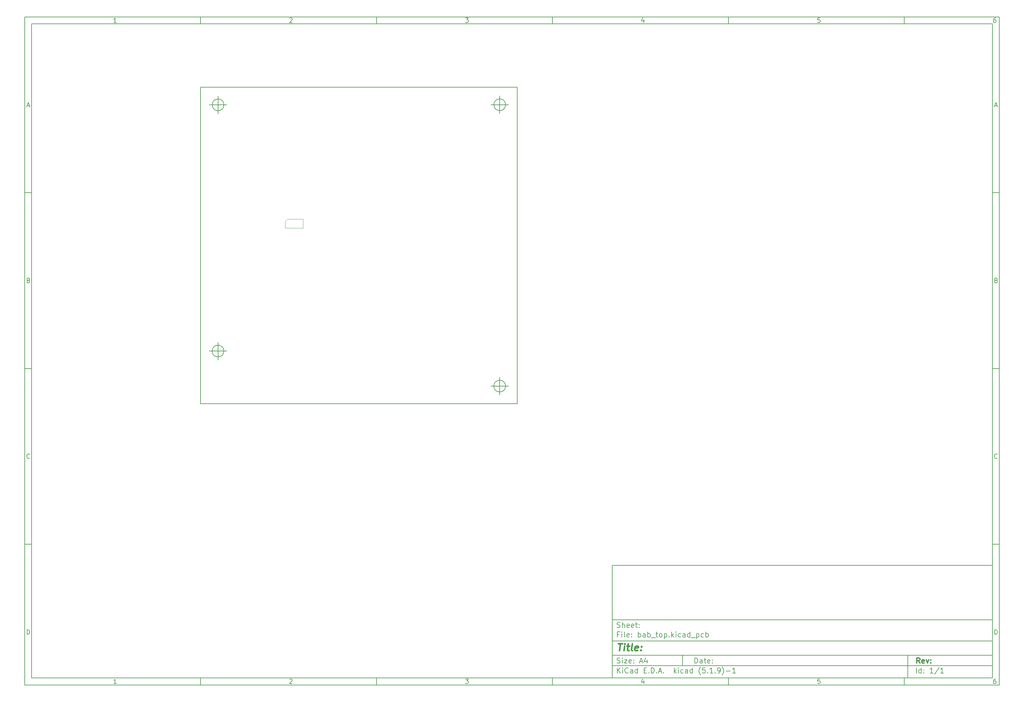
<source format=gbr>
G04 #@! TF.GenerationSoftware,KiCad,Pcbnew,(5.1.9)-1*
G04 #@! TF.CreationDate,2021-04-11T12:34:01+02:00*
G04 #@! TF.ProjectId,bab_top,6261625f-746f-4702-9e6b-696361645f70,rev?*
G04 #@! TF.SameCoordinates,Original*
G04 #@! TF.FileFunction,Other,Fab,Bot*
%FSLAX46Y46*%
G04 Gerber Fmt 4.6, Leading zero omitted, Abs format (unit mm)*
G04 Created by KiCad (PCBNEW (5.1.9)-1) date 2021-04-11 12:34:01*
%MOMM*%
%LPD*%
G01*
G04 APERTURE LIST*
%ADD10C,0.100000*%
%ADD11C,0.150000*%
%ADD12C,0.300000*%
%ADD13C,0.400000*%
G04 #@! TA.AperFunction,Profile*
%ADD14C,0.150000*%
G04 #@! TD*
G04 APERTURE END LIST*
D10*
D11*
X177002200Y-166007200D02*
X177002200Y-198007200D01*
X285002200Y-198007200D01*
X285002200Y-166007200D01*
X177002200Y-166007200D01*
D10*
D11*
X10000000Y-10000000D02*
X10000000Y-200007200D01*
X287002200Y-200007200D01*
X287002200Y-10000000D01*
X10000000Y-10000000D01*
D10*
D11*
X12000000Y-12000000D02*
X12000000Y-198007200D01*
X285002200Y-198007200D01*
X285002200Y-12000000D01*
X12000000Y-12000000D01*
D10*
D11*
X60000000Y-12000000D02*
X60000000Y-10000000D01*
D10*
D11*
X110000000Y-12000000D02*
X110000000Y-10000000D01*
D10*
D11*
X160000000Y-12000000D02*
X160000000Y-10000000D01*
D10*
D11*
X210000000Y-12000000D02*
X210000000Y-10000000D01*
D10*
D11*
X260000000Y-12000000D02*
X260000000Y-10000000D01*
D10*
D11*
X36065476Y-11588095D02*
X35322619Y-11588095D01*
X35694047Y-11588095D02*
X35694047Y-10288095D01*
X35570238Y-10473809D01*
X35446428Y-10597619D01*
X35322619Y-10659523D01*
D10*
D11*
X85322619Y-10411904D02*
X85384523Y-10350000D01*
X85508333Y-10288095D01*
X85817857Y-10288095D01*
X85941666Y-10350000D01*
X86003571Y-10411904D01*
X86065476Y-10535714D01*
X86065476Y-10659523D01*
X86003571Y-10845238D01*
X85260714Y-11588095D01*
X86065476Y-11588095D01*
D10*
D11*
X135260714Y-10288095D02*
X136065476Y-10288095D01*
X135632142Y-10783333D01*
X135817857Y-10783333D01*
X135941666Y-10845238D01*
X136003571Y-10907142D01*
X136065476Y-11030952D01*
X136065476Y-11340476D01*
X136003571Y-11464285D01*
X135941666Y-11526190D01*
X135817857Y-11588095D01*
X135446428Y-11588095D01*
X135322619Y-11526190D01*
X135260714Y-11464285D01*
D10*
D11*
X185941666Y-10721428D02*
X185941666Y-11588095D01*
X185632142Y-10226190D02*
X185322619Y-11154761D01*
X186127380Y-11154761D01*
D10*
D11*
X236003571Y-10288095D02*
X235384523Y-10288095D01*
X235322619Y-10907142D01*
X235384523Y-10845238D01*
X235508333Y-10783333D01*
X235817857Y-10783333D01*
X235941666Y-10845238D01*
X236003571Y-10907142D01*
X236065476Y-11030952D01*
X236065476Y-11340476D01*
X236003571Y-11464285D01*
X235941666Y-11526190D01*
X235817857Y-11588095D01*
X235508333Y-11588095D01*
X235384523Y-11526190D01*
X235322619Y-11464285D01*
D10*
D11*
X285941666Y-10288095D02*
X285694047Y-10288095D01*
X285570238Y-10350000D01*
X285508333Y-10411904D01*
X285384523Y-10597619D01*
X285322619Y-10845238D01*
X285322619Y-11340476D01*
X285384523Y-11464285D01*
X285446428Y-11526190D01*
X285570238Y-11588095D01*
X285817857Y-11588095D01*
X285941666Y-11526190D01*
X286003571Y-11464285D01*
X286065476Y-11340476D01*
X286065476Y-11030952D01*
X286003571Y-10907142D01*
X285941666Y-10845238D01*
X285817857Y-10783333D01*
X285570238Y-10783333D01*
X285446428Y-10845238D01*
X285384523Y-10907142D01*
X285322619Y-11030952D01*
D10*
D11*
X60000000Y-198007200D02*
X60000000Y-200007200D01*
D10*
D11*
X110000000Y-198007200D02*
X110000000Y-200007200D01*
D10*
D11*
X160000000Y-198007200D02*
X160000000Y-200007200D01*
D10*
D11*
X210000000Y-198007200D02*
X210000000Y-200007200D01*
D10*
D11*
X260000000Y-198007200D02*
X260000000Y-200007200D01*
D10*
D11*
X36065476Y-199595295D02*
X35322619Y-199595295D01*
X35694047Y-199595295D02*
X35694047Y-198295295D01*
X35570238Y-198481009D01*
X35446428Y-198604819D01*
X35322619Y-198666723D01*
D10*
D11*
X85322619Y-198419104D02*
X85384523Y-198357200D01*
X85508333Y-198295295D01*
X85817857Y-198295295D01*
X85941666Y-198357200D01*
X86003571Y-198419104D01*
X86065476Y-198542914D01*
X86065476Y-198666723D01*
X86003571Y-198852438D01*
X85260714Y-199595295D01*
X86065476Y-199595295D01*
D10*
D11*
X135260714Y-198295295D02*
X136065476Y-198295295D01*
X135632142Y-198790533D01*
X135817857Y-198790533D01*
X135941666Y-198852438D01*
X136003571Y-198914342D01*
X136065476Y-199038152D01*
X136065476Y-199347676D01*
X136003571Y-199471485D01*
X135941666Y-199533390D01*
X135817857Y-199595295D01*
X135446428Y-199595295D01*
X135322619Y-199533390D01*
X135260714Y-199471485D01*
D10*
D11*
X185941666Y-198728628D02*
X185941666Y-199595295D01*
X185632142Y-198233390D02*
X185322619Y-199161961D01*
X186127380Y-199161961D01*
D10*
D11*
X236003571Y-198295295D02*
X235384523Y-198295295D01*
X235322619Y-198914342D01*
X235384523Y-198852438D01*
X235508333Y-198790533D01*
X235817857Y-198790533D01*
X235941666Y-198852438D01*
X236003571Y-198914342D01*
X236065476Y-199038152D01*
X236065476Y-199347676D01*
X236003571Y-199471485D01*
X235941666Y-199533390D01*
X235817857Y-199595295D01*
X235508333Y-199595295D01*
X235384523Y-199533390D01*
X235322619Y-199471485D01*
D10*
D11*
X285941666Y-198295295D02*
X285694047Y-198295295D01*
X285570238Y-198357200D01*
X285508333Y-198419104D01*
X285384523Y-198604819D01*
X285322619Y-198852438D01*
X285322619Y-199347676D01*
X285384523Y-199471485D01*
X285446428Y-199533390D01*
X285570238Y-199595295D01*
X285817857Y-199595295D01*
X285941666Y-199533390D01*
X286003571Y-199471485D01*
X286065476Y-199347676D01*
X286065476Y-199038152D01*
X286003571Y-198914342D01*
X285941666Y-198852438D01*
X285817857Y-198790533D01*
X285570238Y-198790533D01*
X285446428Y-198852438D01*
X285384523Y-198914342D01*
X285322619Y-199038152D01*
D10*
D11*
X10000000Y-60000000D02*
X12000000Y-60000000D01*
D10*
D11*
X10000000Y-110000000D02*
X12000000Y-110000000D01*
D10*
D11*
X10000000Y-160000000D02*
X12000000Y-160000000D01*
D10*
D11*
X10690476Y-35216666D02*
X11309523Y-35216666D01*
X10566666Y-35588095D02*
X11000000Y-34288095D01*
X11433333Y-35588095D01*
D10*
D11*
X11092857Y-84907142D02*
X11278571Y-84969047D01*
X11340476Y-85030952D01*
X11402380Y-85154761D01*
X11402380Y-85340476D01*
X11340476Y-85464285D01*
X11278571Y-85526190D01*
X11154761Y-85588095D01*
X10659523Y-85588095D01*
X10659523Y-84288095D01*
X11092857Y-84288095D01*
X11216666Y-84350000D01*
X11278571Y-84411904D01*
X11340476Y-84535714D01*
X11340476Y-84659523D01*
X11278571Y-84783333D01*
X11216666Y-84845238D01*
X11092857Y-84907142D01*
X10659523Y-84907142D01*
D10*
D11*
X11402380Y-135464285D02*
X11340476Y-135526190D01*
X11154761Y-135588095D01*
X11030952Y-135588095D01*
X10845238Y-135526190D01*
X10721428Y-135402380D01*
X10659523Y-135278571D01*
X10597619Y-135030952D01*
X10597619Y-134845238D01*
X10659523Y-134597619D01*
X10721428Y-134473809D01*
X10845238Y-134350000D01*
X11030952Y-134288095D01*
X11154761Y-134288095D01*
X11340476Y-134350000D01*
X11402380Y-134411904D01*
D10*
D11*
X10659523Y-185588095D02*
X10659523Y-184288095D01*
X10969047Y-184288095D01*
X11154761Y-184350000D01*
X11278571Y-184473809D01*
X11340476Y-184597619D01*
X11402380Y-184845238D01*
X11402380Y-185030952D01*
X11340476Y-185278571D01*
X11278571Y-185402380D01*
X11154761Y-185526190D01*
X10969047Y-185588095D01*
X10659523Y-185588095D01*
D10*
D11*
X287002200Y-60000000D02*
X285002200Y-60000000D01*
D10*
D11*
X287002200Y-110000000D02*
X285002200Y-110000000D01*
D10*
D11*
X287002200Y-160000000D02*
X285002200Y-160000000D01*
D10*
D11*
X285692676Y-35216666D02*
X286311723Y-35216666D01*
X285568866Y-35588095D02*
X286002200Y-34288095D01*
X286435533Y-35588095D01*
D10*
D11*
X286095057Y-84907142D02*
X286280771Y-84969047D01*
X286342676Y-85030952D01*
X286404580Y-85154761D01*
X286404580Y-85340476D01*
X286342676Y-85464285D01*
X286280771Y-85526190D01*
X286156961Y-85588095D01*
X285661723Y-85588095D01*
X285661723Y-84288095D01*
X286095057Y-84288095D01*
X286218866Y-84350000D01*
X286280771Y-84411904D01*
X286342676Y-84535714D01*
X286342676Y-84659523D01*
X286280771Y-84783333D01*
X286218866Y-84845238D01*
X286095057Y-84907142D01*
X285661723Y-84907142D01*
D10*
D11*
X286404580Y-135464285D02*
X286342676Y-135526190D01*
X286156961Y-135588095D01*
X286033152Y-135588095D01*
X285847438Y-135526190D01*
X285723628Y-135402380D01*
X285661723Y-135278571D01*
X285599819Y-135030952D01*
X285599819Y-134845238D01*
X285661723Y-134597619D01*
X285723628Y-134473809D01*
X285847438Y-134350000D01*
X286033152Y-134288095D01*
X286156961Y-134288095D01*
X286342676Y-134350000D01*
X286404580Y-134411904D01*
D10*
D11*
X285661723Y-185588095D02*
X285661723Y-184288095D01*
X285971247Y-184288095D01*
X286156961Y-184350000D01*
X286280771Y-184473809D01*
X286342676Y-184597619D01*
X286404580Y-184845238D01*
X286404580Y-185030952D01*
X286342676Y-185278571D01*
X286280771Y-185402380D01*
X286156961Y-185526190D01*
X285971247Y-185588095D01*
X285661723Y-185588095D01*
D10*
D11*
X200434342Y-193785771D02*
X200434342Y-192285771D01*
X200791485Y-192285771D01*
X201005771Y-192357200D01*
X201148628Y-192500057D01*
X201220057Y-192642914D01*
X201291485Y-192928628D01*
X201291485Y-193142914D01*
X201220057Y-193428628D01*
X201148628Y-193571485D01*
X201005771Y-193714342D01*
X200791485Y-193785771D01*
X200434342Y-193785771D01*
X202577200Y-193785771D02*
X202577200Y-193000057D01*
X202505771Y-192857200D01*
X202362914Y-192785771D01*
X202077200Y-192785771D01*
X201934342Y-192857200D01*
X202577200Y-193714342D02*
X202434342Y-193785771D01*
X202077200Y-193785771D01*
X201934342Y-193714342D01*
X201862914Y-193571485D01*
X201862914Y-193428628D01*
X201934342Y-193285771D01*
X202077200Y-193214342D01*
X202434342Y-193214342D01*
X202577200Y-193142914D01*
X203077200Y-192785771D02*
X203648628Y-192785771D01*
X203291485Y-192285771D02*
X203291485Y-193571485D01*
X203362914Y-193714342D01*
X203505771Y-193785771D01*
X203648628Y-193785771D01*
X204720057Y-193714342D02*
X204577200Y-193785771D01*
X204291485Y-193785771D01*
X204148628Y-193714342D01*
X204077200Y-193571485D01*
X204077200Y-193000057D01*
X204148628Y-192857200D01*
X204291485Y-192785771D01*
X204577200Y-192785771D01*
X204720057Y-192857200D01*
X204791485Y-193000057D01*
X204791485Y-193142914D01*
X204077200Y-193285771D01*
X205434342Y-193642914D02*
X205505771Y-193714342D01*
X205434342Y-193785771D01*
X205362914Y-193714342D01*
X205434342Y-193642914D01*
X205434342Y-193785771D01*
X205434342Y-192857200D02*
X205505771Y-192928628D01*
X205434342Y-193000057D01*
X205362914Y-192928628D01*
X205434342Y-192857200D01*
X205434342Y-193000057D01*
D10*
D11*
X177002200Y-194507200D02*
X285002200Y-194507200D01*
D10*
D11*
X178434342Y-196585771D02*
X178434342Y-195085771D01*
X179291485Y-196585771D02*
X178648628Y-195728628D01*
X179291485Y-195085771D02*
X178434342Y-195942914D01*
X179934342Y-196585771D02*
X179934342Y-195585771D01*
X179934342Y-195085771D02*
X179862914Y-195157200D01*
X179934342Y-195228628D01*
X180005771Y-195157200D01*
X179934342Y-195085771D01*
X179934342Y-195228628D01*
X181505771Y-196442914D02*
X181434342Y-196514342D01*
X181220057Y-196585771D01*
X181077200Y-196585771D01*
X180862914Y-196514342D01*
X180720057Y-196371485D01*
X180648628Y-196228628D01*
X180577200Y-195942914D01*
X180577200Y-195728628D01*
X180648628Y-195442914D01*
X180720057Y-195300057D01*
X180862914Y-195157200D01*
X181077200Y-195085771D01*
X181220057Y-195085771D01*
X181434342Y-195157200D01*
X181505771Y-195228628D01*
X182791485Y-196585771D02*
X182791485Y-195800057D01*
X182720057Y-195657200D01*
X182577200Y-195585771D01*
X182291485Y-195585771D01*
X182148628Y-195657200D01*
X182791485Y-196514342D02*
X182648628Y-196585771D01*
X182291485Y-196585771D01*
X182148628Y-196514342D01*
X182077200Y-196371485D01*
X182077200Y-196228628D01*
X182148628Y-196085771D01*
X182291485Y-196014342D01*
X182648628Y-196014342D01*
X182791485Y-195942914D01*
X184148628Y-196585771D02*
X184148628Y-195085771D01*
X184148628Y-196514342D02*
X184005771Y-196585771D01*
X183720057Y-196585771D01*
X183577200Y-196514342D01*
X183505771Y-196442914D01*
X183434342Y-196300057D01*
X183434342Y-195871485D01*
X183505771Y-195728628D01*
X183577200Y-195657200D01*
X183720057Y-195585771D01*
X184005771Y-195585771D01*
X184148628Y-195657200D01*
X186005771Y-195800057D02*
X186505771Y-195800057D01*
X186720057Y-196585771D02*
X186005771Y-196585771D01*
X186005771Y-195085771D01*
X186720057Y-195085771D01*
X187362914Y-196442914D02*
X187434342Y-196514342D01*
X187362914Y-196585771D01*
X187291485Y-196514342D01*
X187362914Y-196442914D01*
X187362914Y-196585771D01*
X188077200Y-196585771D02*
X188077200Y-195085771D01*
X188434342Y-195085771D01*
X188648628Y-195157200D01*
X188791485Y-195300057D01*
X188862914Y-195442914D01*
X188934342Y-195728628D01*
X188934342Y-195942914D01*
X188862914Y-196228628D01*
X188791485Y-196371485D01*
X188648628Y-196514342D01*
X188434342Y-196585771D01*
X188077200Y-196585771D01*
X189577200Y-196442914D02*
X189648628Y-196514342D01*
X189577200Y-196585771D01*
X189505771Y-196514342D01*
X189577200Y-196442914D01*
X189577200Y-196585771D01*
X190220057Y-196157200D02*
X190934342Y-196157200D01*
X190077200Y-196585771D02*
X190577200Y-195085771D01*
X191077200Y-196585771D01*
X191577200Y-196442914D02*
X191648628Y-196514342D01*
X191577200Y-196585771D01*
X191505771Y-196514342D01*
X191577200Y-196442914D01*
X191577200Y-196585771D01*
X194577200Y-196585771D02*
X194577200Y-195085771D01*
X194720057Y-196014342D02*
X195148628Y-196585771D01*
X195148628Y-195585771D02*
X194577200Y-196157200D01*
X195791485Y-196585771D02*
X195791485Y-195585771D01*
X195791485Y-195085771D02*
X195720057Y-195157200D01*
X195791485Y-195228628D01*
X195862914Y-195157200D01*
X195791485Y-195085771D01*
X195791485Y-195228628D01*
X197148628Y-196514342D02*
X197005771Y-196585771D01*
X196720057Y-196585771D01*
X196577200Y-196514342D01*
X196505771Y-196442914D01*
X196434342Y-196300057D01*
X196434342Y-195871485D01*
X196505771Y-195728628D01*
X196577200Y-195657200D01*
X196720057Y-195585771D01*
X197005771Y-195585771D01*
X197148628Y-195657200D01*
X198434342Y-196585771D02*
X198434342Y-195800057D01*
X198362914Y-195657200D01*
X198220057Y-195585771D01*
X197934342Y-195585771D01*
X197791485Y-195657200D01*
X198434342Y-196514342D02*
X198291485Y-196585771D01*
X197934342Y-196585771D01*
X197791485Y-196514342D01*
X197720057Y-196371485D01*
X197720057Y-196228628D01*
X197791485Y-196085771D01*
X197934342Y-196014342D01*
X198291485Y-196014342D01*
X198434342Y-195942914D01*
X199791485Y-196585771D02*
X199791485Y-195085771D01*
X199791485Y-196514342D02*
X199648628Y-196585771D01*
X199362914Y-196585771D01*
X199220057Y-196514342D01*
X199148628Y-196442914D01*
X199077200Y-196300057D01*
X199077200Y-195871485D01*
X199148628Y-195728628D01*
X199220057Y-195657200D01*
X199362914Y-195585771D01*
X199648628Y-195585771D01*
X199791485Y-195657200D01*
X202077200Y-197157200D02*
X202005771Y-197085771D01*
X201862914Y-196871485D01*
X201791485Y-196728628D01*
X201720057Y-196514342D01*
X201648628Y-196157200D01*
X201648628Y-195871485D01*
X201720057Y-195514342D01*
X201791485Y-195300057D01*
X201862914Y-195157200D01*
X202005771Y-194942914D01*
X202077200Y-194871485D01*
X203362914Y-195085771D02*
X202648628Y-195085771D01*
X202577200Y-195800057D01*
X202648628Y-195728628D01*
X202791485Y-195657200D01*
X203148628Y-195657200D01*
X203291485Y-195728628D01*
X203362914Y-195800057D01*
X203434342Y-195942914D01*
X203434342Y-196300057D01*
X203362914Y-196442914D01*
X203291485Y-196514342D01*
X203148628Y-196585771D01*
X202791485Y-196585771D01*
X202648628Y-196514342D01*
X202577200Y-196442914D01*
X204077200Y-196442914D02*
X204148628Y-196514342D01*
X204077200Y-196585771D01*
X204005771Y-196514342D01*
X204077200Y-196442914D01*
X204077200Y-196585771D01*
X205577200Y-196585771D02*
X204720057Y-196585771D01*
X205148628Y-196585771D02*
X205148628Y-195085771D01*
X205005771Y-195300057D01*
X204862914Y-195442914D01*
X204720057Y-195514342D01*
X206220057Y-196442914D02*
X206291485Y-196514342D01*
X206220057Y-196585771D01*
X206148628Y-196514342D01*
X206220057Y-196442914D01*
X206220057Y-196585771D01*
X207005771Y-196585771D02*
X207291485Y-196585771D01*
X207434342Y-196514342D01*
X207505771Y-196442914D01*
X207648628Y-196228628D01*
X207720057Y-195942914D01*
X207720057Y-195371485D01*
X207648628Y-195228628D01*
X207577200Y-195157200D01*
X207434342Y-195085771D01*
X207148628Y-195085771D01*
X207005771Y-195157200D01*
X206934342Y-195228628D01*
X206862914Y-195371485D01*
X206862914Y-195728628D01*
X206934342Y-195871485D01*
X207005771Y-195942914D01*
X207148628Y-196014342D01*
X207434342Y-196014342D01*
X207577200Y-195942914D01*
X207648628Y-195871485D01*
X207720057Y-195728628D01*
X208220057Y-197157200D02*
X208291485Y-197085771D01*
X208434342Y-196871485D01*
X208505771Y-196728628D01*
X208577200Y-196514342D01*
X208648628Y-196157200D01*
X208648628Y-195871485D01*
X208577200Y-195514342D01*
X208505771Y-195300057D01*
X208434342Y-195157200D01*
X208291485Y-194942914D01*
X208220057Y-194871485D01*
X209362914Y-196014342D02*
X210505771Y-196014342D01*
X212005771Y-196585771D02*
X211148628Y-196585771D01*
X211577200Y-196585771D02*
X211577200Y-195085771D01*
X211434342Y-195300057D01*
X211291485Y-195442914D01*
X211148628Y-195514342D01*
D10*
D11*
X177002200Y-191507200D02*
X285002200Y-191507200D01*
D10*
D12*
X264411485Y-193785771D02*
X263911485Y-193071485D01*
X263554342Y-193785771D02*
X263554342Y-192285771D01*
X264125771Y-192285771D01*
X264268628Y-192357200D01*
X264340057Y-192428628D01*
X264411485Y-192571485D01*
X264411485Y-192785771D01*
X264340057Y-192928628D01*
X264268628Y-193000057D01*
X264125771Y-193071485D01*
X263554342Y-193071485D01*
X265625771Y-193714342D02*
X265482914Y-193785771D01*
X265197200Y-193785771D01*
X265054342Y-193714342D01*
X264982914Y-193571485D01*
X264982914Y-193000057D01*
X265054342Y-192857200D01*
X265197200Y-192785771D01*
X265482914Y-192785771D01*
X265625771Y-192857200D01*
X265697200Y-193000057D01*
X265697200Y-193142914D01*
X264982914Y-193285771D01*
X266197200Y-192785771D02*
X266554342Y-193785771D01*
X266911485Y-192785771D01*
X267482914Y-193642914D02*
X267554342Y-193714342D01*
X267482914Y-193785771D01*
X267411485Y-193714342D01*
X267482914Y-193642914D01*
X267482914Y-193785771D01*
X267482914Y-192857200D02*
X267554342Y-192928628D01*
X267482914Y-193000057D01*
X267411485Y-192928628D01*
X267482914Y-192857200D01*
X267482914Y-193000057D01*
D10*
D11*
X178362914Y-193714342D02*
X178577200Y-193785771D01*
X178934342Y-193785771D01*
X179077200Y-193714342D01*
X179148628Y-193642914D01*
X179220057Y-193500057D01*
X179220057Y-193357200D01*
X179148628Y-193214342D01*
X179077200Y-193142914D01*
X178934342Y-193071485D01*
X178648628Y-193000057D01*
X178505771Y-192928628D01*
X178434342Y-192857200D01*
X178362914Y-192714342D01*
X178362914Y-192571485D01*
X178434342Y-192428628D01*
X178505771Y-192357200D01*
X178648628Y-192285771D01*
X179005771Y-192285771D01*
X179220057Y-192357200D01*
X179862914Y-193785771D02*
X179862914Y-192785771D01*
X179862914Y-192285771D02*
X179791485Y-192357200D01*
X179862914Y-192428628D01*
X179934342Y-192357200D01*
X179862914Y-192285771D01*
X179862914Y-192428628D01*
X180434342Y-192785771D02*
X181220057Y-192785771D01*
X180434342Y-193785771D01*
X181220057Y-193785771D01*
X182362914Y-193714342D02*
X182220057Y-193785771D01*
X181934342Y-193785771D01*
X181791485Y-193714342D01*
X181720057Y-193571485D01*
X181720057Y-193000057D01*
X181791485Y-192857200D01*
X181934342Y-192785771D01*
X182220057Y-192785771D01*
X182362914Y-192857200D01*
X182434342Y-193000057D01*
X182434342Y-193142914D01*
X181720057Y-193285771D01*
X183077200Y-193642914D02*
X183148628Y-193714342D01*
X183077200Y-193785771D01*
X183005771Y-193714342D01*
X183077200Y-193642914D01*
X183077200Y-193785771D01*
X183077200Y-192857200D02*
X183148628Y-192928628D01*
X183077200Y-193000057D01*
X183005771Y-192928628D01*
X183077200Y-192857200D01*
X183077200Y-193000057D01*
X184862914Y-193357200D02*
X185577200Y-193357200D01*
X184720057Y-193785771D02*
X185220057Y-192285771D01*
X185720057Y-193785771D01*
X186862914Y-192785771D02*
X186862914Y-193785771D01*
X186505771Y-192214342D02*
X186148628Y-193285771D01*
X187077200Y-193285771D01*
D10*
D11*
X263434342Y-196585771D02*
X263434342Y-195085771D01*
X264791485Y-196585771D02*
X264791485Y-195085771D01*
X264791485Y-196514342D02*
X264648628Y-196585771D01*
X264362914Y-196585771D01*
X264220057Y-196514342D01*
X264148628Y-196442914D01*
X264077200Y-196300057D01*
X264077200Y-195871485D01*
X264148628Y-195728628D01*
X264220057Y-195657200D01*
X264362914Y-195585771D01*
X264648628Y-195585771D01*
X264791485Y-195657200D01*
X265505771Y-196442914D02*
X265577200Y-196514342D01*
X265505771Y-196585771D01*
X265434342Y-196514342D01*
X265505771Y-196442914D01*
X265505771Y-196585771D01*
X265505771Y-195657200D02*
X265577200Y-195728628D01*
X265505771Y-195800057D01*
X265434342Y-195728628D01*
X265505771Y-195657200D01*
X265505771Y-195800057D01*
X268148628Y-196585771D02*
X267291485Y-196585771D01*
X267720057Y-196585771D02*
X267720057Y-195085771D01*
X267577200Y-195300057D01*
X267434342Y-195442914D01*
X267291485Y-195514342D01*
X269862914Y-195014342D02*
X268577200Y-196942914D01*
X271148628Y-196585771D02*
X270291485Y-196585771D01*
X270720057Y-196585771D02*
X270720057Y-195085771D01*
X270577200Y-195300057D01*
X270434342Y-195442914D01*
X270291485Y-195514342D01*
D10*
D11*
X177002200Y-187507200D02*
X285002200Y-187507200D01*
D10*
D13*
X178714580Y-188211961D02*
X179857438Y-188211961D01*
X179036009Y-190211961D02*
X179286009Y-188211961D01*
X180274104Y-190211961D02*
X180440771Y-188878628D01*
X180524104Y-188211961D02*
X180416961Y-188307200D01*
X180500295Y-188402438D01*
X180607438Y-188307200D01*
X180524104Y-188211961D01*
X180500295Y-188402438D01*
X181107438Y-188878628D02*
X181869342Y-188878628D01*
X181476485Y-188211961D02*
X181262200Y-189926247D01*
X181333628Y-190116723D01*
X181512200Y-190211961D01*
X181702676Y-190211961D01*
X182655057Y-190211961D02*
X182476485Y-190116723D01*
X182405057Y-189926247D01*
X182619342Y-188211961D01*
X184190771Y-190116723D02*
X183988390Y-190211961D01*
X183607438Y-190211961D01*
X183428866Y-190116723D01*
X183357438Y-189926247D01*
X183452676Y-189164342D01*
X183571723Y-188973866D01*
X183774104Y-188878628D01*
X184155057Y-188878628D01*
X184333628Y-188973866D01*
X184405057Y-189164342D01*
X184381247Y-189354819D01*
X183405057Y-189545295D01*
X185155057Y-190021485D02*
X185238390Y-190116723D01*
X185131247Y-190211961D01*
X185047914Y-190116723D01*
X185155057Y-190021485D01*
X185131247Y-190211961D01*
X185286009Y-188973866D02*
X185369342Y-189069104D01*
X185262200Y-189164342D01*
X185178866Y-189069104D01*
X185286009Y-188973866D01*
X185262200Y-189164342D01*
D10*
D11*
X178934342Y-185600057D02*
X178434342Y-185600057D01*
X178434342Y-186385771D02*
X178434342Y-184885771D01*
X179148628Y-184885771D01*
X179720057Y-186385771D02*
X179720057Y-185385771D01*
X179720057Y-184885771D02*
X179648628Y-184957200D01*
X179720057Y-185028628D01*
X179791485Y-184957200D01*
X179720057Y-184885771D01*
X179720057Y-185028628D01*
X180648628Y-186385771D02*
X180505771Y-186314342D01*
X180434342Y-186171485D01*
X180434342Y-184885771D01*
X181791485Y-186314342D02*
X181648628Y-186385771D01*
X181362914Y-186385771D01*
X181220057Y-186314342D01*
X181148628Y-186171485D01*
X181148628Y-185600057D01*
X181220057Y-185457200D01*
X181362914Y-185385771D01*
X181648628Y-185385771D01*
X181791485Y-185457200D01*
X181862914Y-185600057D01*
X181862914Y-185742914D01*
X181148628Y-185885771D01*
X182505771Y-186242914D02*
X182577200Y-186314342D01*
X182505771Y-186385771D01*
X182434342Y-186314342D01*
X182505771Y-186242914D01*
X182505771Y-186385771D01*
X182505771Y-185457200D02*
X182577200Y-185528628D01*
X182505771Y-185600057D01*
X182434342Y-185528628D01*
X182505771Y-185457200D01*
X182505771Y-185600057D01*
X184362914Y-186385771D02*
X184362914Y-184885771D01*
X184362914Y-185457200D02*
X184505771Y-185385771D01*
X184791485Y-185385771D01*
X184934342Y-185457200D01*
X185005771Y-185528628D01*
X185077200Y-185671485D01*
X185077200Y-186100057D01*
X185005771Y-186242914D01*
X184934342Y-186314342D01*
X184791485Y-186385771D01*
X184505771Y-186385771D01*
X184362914Y-186314342D01*
X186362914Y-186385771D02*
X186362914Y-185600057D01*
X186291485Y-185457200D01*
X186148628Y-185385771D01*
X185862914Y-185385771D01*
X185720057Y-185457200D01*
X186362914Y-186314342D02*
X186220057Y-186385771D01*
X185862914Y-186385771D01*
X185720057Y-186314342D01*
X185648628Y-186171485D01*
X185648628Y-186028628D01*
X185720057Y-185885771D01*
X185862914Y-185814342D01*
X186220057Y-185814342D01*
X186362914Y-185742914D01*
X187077200Y-186385771D02*
X187077200Y-184885771D01*
X187077200Y-185457200D02*
X187220057Y-185385771D01*
X187505771Y-185385771D01*
X187648628Y-185457200D01*
X187720057Y-185528628D01*
X187791485Y-185671485D01*
X187791485Y-186100057D01*
X187720057Y-186242914D01*
X187648628Y-186314342D01*
X187505771Y-186385771D01*
X187220057Y-186385771D01*
X187077200Y-186314342D01*
X188077200Y-186528628D02*
X189220057Y-186528628D01*
X189362914Y-185385771D02*
X189934342Y-185385771D01*
X189577200Y-184885771D02*
X189577200Y-186171485D01*
X189648628Y-186314342D01*
X189791485Y-186385771D01*
X189934342Y-186385771D01*
X190648628Y-186385771D02*
X190505771Y-186314342D01*
X190434342Y-186242914D01*
X190362914Y-186100057D01*
X190362914Y-185671485D01*
X190434342Y-185528628D01*
X190505771Y-185457200D01*
X190648628Y-185385771D01*
X190862914Y-185385771D01*
X191005771Y-185457200D01*
X191077200Y-185528628D01*
X191148628Y-185671485D01*
X191148628Y-186100057D01*
X191077200Y-186242914D01*
X191005771Y-186314342D01*
X190862914Y-186385771D01*
X190648628Y-186385771D01*
X191791485Y-185385771D02*
X191791485Y-186885771D01*
X191791485Y-185457200D02*
X191934342Y-185385771D01*
X192220057Y-185385771D01*
X192362914Y-185457200D01*
X192434342Y-185528628D01*
X192505771Y-185671485D01*
X192505771Y-186100057D01*
X192434342Y-186242914D01*
X192362914Y-186314342D01*
X192220057Y-186385771D01*
X191934342Y-186385771D01*
X191791485Y-186314342D01*
X193148628Y-186242914D02*
X193220057Y-186314342D01*
X193148628Y-186385771D01*
X193077200Y-186314342D01*
X193148628Y-186242914D01*
X193148628Y-186385771D01*
X193862914Y-186385771D02*
X193862914Y-184885771D01*
X194005771Y-185814342D02*
X194434342Y-186385771D01*
X194434342Y-185385771D02*
X193862914Y-185957200D01*
X195077200Y-186385771D02*
X195077200Y-185385771D01*
X195077200Y-184885771D02*
X195005771Y-184957200D01*
X195077200Y-185028628D01*
X195148628Y-184957200D01*
X195077200Y-184885771D01*
X195077200Y-185028628D01*
X196434342Y-186314342D02*
X196291485Y-186385771D01*
X196005771Y-186385771D01*
X195862914Y-186314342D01*
X195791485Y-186242914D01*
X195720057Y-186100057D01*
X195720057Y-185671485D01*
X195791485Y-185528628D01*
X195862914Y-185457200D01*
X196005771Y-185385771D01*
X196291485Y-185385771D01*
X196434342Y-185457200D01*
X197720057Y-186385771D02*
X197720057Y-185600057D01*
X197648628Y-185457200D01*
X197505771Y-185385771D01*
X197220057Y-185385771D01*
X197077200Y-185457200D01*
X197720057Y-186314342D02*
X197577200Y-186385771D01*
X197220057Y-186385771D01*
X197077200Y-186314342D01*
X197005771Y-186171485D01*
X197005771Y-186028628D01*
X197077200Y-185885771D01*
X197220057Y-185814342D01*
X197577200Y-185814342D01*
X197720057Y-185742914D01*
X199077200Y-186385771D02*
X199077200Y-184885771D01*
X199077200Y-186314342D02*
X198934342Y-186385771D01*
X198648628Y-186385771D01*
X198505771Y-186314342D01*
X198434342Y-186242914D01*
X198362914Y-186100057D01*
X198362914Y-185671485D01*
X198434342Y-185528628D01*
X198505771Y-185457200D01*
X198648628Y-185385771D01*
X198934342Y-185385771D01*
X199077200Y-185457200D01*
X199434342Y-186528628D02*
X200577200Y-186528628D01*
X200934342Y-185385771D02*
X200934342Y-186885771D01*
X200934342Y-185457200D02*
X201077200Y-185385771D01*
X201362914Y-185385771D01*
X201505771Y-185457200D01*
X201577200Y-185528628D01*
X201648628Y-185671485D01*
X201648628Y-186100057D01*
X201577200Y-186242914D01*
X201505771Y-186314342D01*
X201362914Y-186385771D01*
X201077200Y-186385771D01*
X200934342Y-186314342D01*
X202934342Y-186314342D02*
X202791485Y-186385771D01*
X202505771Y-186385771D01*
X202362914Y-186314342D01*
X202291485Y-186242914D01*
X202220057Y-186100057D01*
X202220057Y-185671485D01*
X202291485Y-185528628D01*
X202362914Y-185457200D01*
X202505771Y-185385771D01*
X202791485Y-185385771D01*
X202934342Y-185457200D01*
X203577200Y-186385771D02*
X203577200Y-184885771D01*
X203577200Y-185457200D02*
X203720057Y-185385771D01*
X204005771Y-185385771D01*
X204148628Y-185457200D01*
X204220057Y-185528628D01*
X204291485Y-185671485D01*
X204291485Y-186100057D01*
X204220057Y-186242914D01*
X204148628Y-186314342D01*
X204005771Y-186385771D01*
X203720057Y-186385771D01*
X203577200Y-186314342D01*
D10*
D11*
X177002200Y-181507200D02*
X285002200Y-181507200D01*
D10*
D11*
X178362914Y-183614342D02*
X178577200Y-183685771D01*
X178934342Y-183685771D01*
X179077200Y-183614342D01*
X179148628Y-183542914D01*
X179220057Y-183400057D01*
X179220057Y-183257200D01*
X179148628Y-183114342D01*
X179077200Y-183042914D01*
X178934342Y-182971485D01*
X178648628Y-182900057D01*
X178505771Y-182828628D01*
X178434342Y-182757200D01*
X178362914Y-182614342D01*
X178362914Y-182471485D01*
X178434342Y-182328628D01*
X178505771Y-182257200D01*
X178648628Y-182185771D01*
X179005771Y-182185771D01*
X179220057Y-182257200D01*
X179862914Y-183685771D02*
X179862914Y-182185771D01*
X180505771Y-183685771D02*
X180505771Y-182900057D01*
X180434342Y-182757200D01*
X180291485Y-182685771D01*
X180077200Y-182685771D01*
X179934342Y-182757200D01*
X179862914Y-182828628D01*
X181791485Y-183614342D02*
X181648628Y-183685771D01*
X181362914Y-183685771D01*
X181220057Y-183614342D01*
X181148628Y-183471485D01*
X181148628Y-182900057D01*
X181220057Y-182757200D01*
X181362914Y-182685771D01*
X181648628Y-182685771D01*
X181791485Y-182757200D01*
X181862914Y-182900057D01*
X181862914Y-183042914D01*
X181148628Y-183185771D01*
X183077200Y-183614342D02*
X182934342Y-183685771D01*
X182648628Y-183685771D01*
X182505771Y-183614342D01*
X182434342Y-183471485D01*
X182434342Y-182900057D01*
X182505771Y-182757200D01*
X182648628Y-182685771D01*
X182934342Y-182685771D01*
X183077200Y-182757200D01*
X183148628Y-182900057D01*
X183148628Y-183042914D01*
X182434342Y-183185771D01*
X183577200Y-182685771D02*
X184148628Y-182685771D01*
X183791485Y-182185771D02*
X183791485Y-183471485D01*
X183862914Y-183614342D01*
X184005771Y-183685771D01*
X184148628Y-183685771D01*
X184648628Y-183542914D02*
X184720057Y-183614342D01*
X184648628Y-183685771D01*
X184577200Y-183614342D01*
X184648628Y-183542914D01*
X184648628Y-183685771D01*
X184648628Y-182757200D02*
X184720057Y-182828628D01*
X184648628Y-182900057D01*
X184577200Y-182828628D01*
X184648628Y-182757200D01*
X184648628Y-182900057D01*
D10*
D11*
X197002200Y-191507200D02*
X197002200Y-194507200D01*
D10*
D11*
X261002200Y-191507200D02*
X261002200Y-198007200D01*
D14*
X150000000Y-30000000D02*
X150000000Y-120000000D01*
X60000000Y-30000000D02*
X60000000Y-120000000D01*
X150000000Y-30000000D02*
X60000000Y-30000000D01*
X60000000Y-120000000D02*
X150000000Y-120000000D01*
X146666666Y-115000000D02*
G75*
G03*
X146666666Y-115000000I-1666666J0D01*
G01*
X142500000Y-115000000D02*
X147500000Y-115000000D01*
X145000000Y-112500000D02*
X145000000Y-117500000D01*
X66633903Y-35008759D02*
G75*
G03*
X66633903Y-35008759I-1666666J0D01*
G01*
X62467237Y-35008759D02*
X67467237Y-35008759D01*
X64967237Y-32508759D02*
X64967237Y-37508759D01*
X66605474Y-105026938D02*
G75*
G03*
X66605474Y-105026938I-1666666J0D01*
G01*
X62438808Y-105026938D02*
X67438808Y-105026938D01*
X64938808Y-102526938D02*
X64938808Y-107526938D01*
X146666666Y-34989010D02*
G75*
G03*
X146666666Y-34989010I-1666666J0D01*
G01*
X142500000Y-34989010D02*
X147500000Y-34989010D01*
X145000000Y-32489010D02*
X145000000Y-37489010D01*
D10*
X84665000Y-67530000D02*
X84030000Y-68165000D01*
X89110000Y-67530000D02*
X84665000Y-67530000D01*
X89110000Y-70070000D02*
X89110000Y-67530000D01*
X84030000Y-70070000D02*
X89110000Y-70070000D01*
X84030000Y-68165000D02*
X84030000Y-70070000D01*
M02*

</source>
